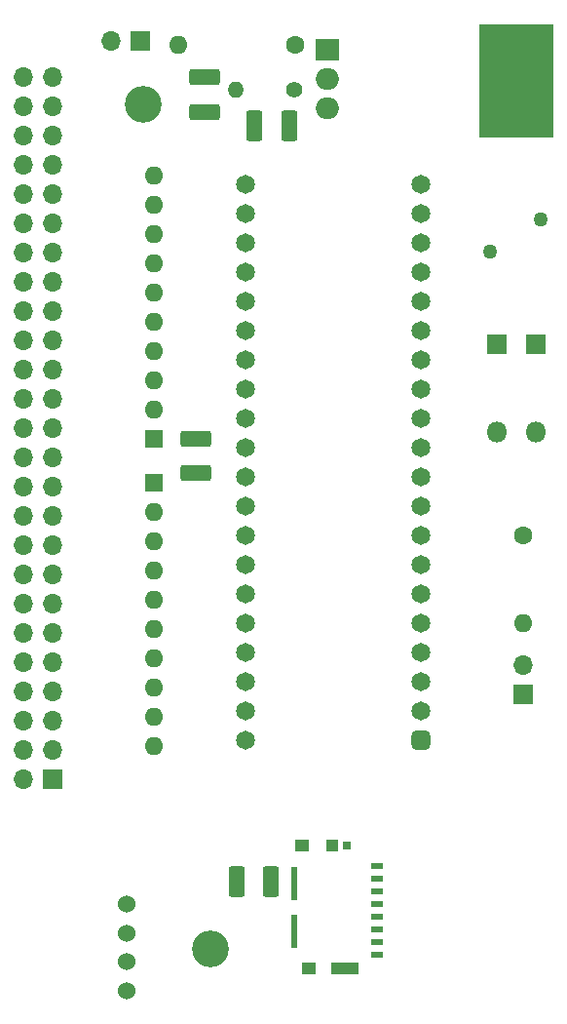
<source format=gbr>
%TF.GenerationSoftware,KiCad,Pcbnew,(6.0.2)*%
%TF.CreationDate,2022-04-05T14:05:54-06:00*%
%TF.ProjectId,F4_THTV1,46345f54-4854-4563-912e-6b696361645f,rev?*%
%TF.SameCoordinates,Original*%
%TF.FileFunction,Soldermask,Top*%
%TF.FilePolarity,Negative*%
%FSLAX46Y46*%
G04 Gerber Fmt 4.6, Leading zero omitted, Abs format (unit mm)*
G04 Created by KiCad (PCBNEW (6.0.2)) date 2022-04-05 14:05:54*
%MOMM*%
%LPD*%
G01*
G04 APERTURE LIST*
G04 Aperture macros list*
%AMRoundRect*
0 Rectangle with rounded corners*
0 $1 Rounding radius*
0 $2 $3 $4 $5 $6 $7 $8 $9 X,Y pos of 4 corners*
0 Add a 4 corners polygon primitive as box body*
4,1,4,$2,$3,$4,$5,$6,$7,$8,$9,$2,$3,0*
0 Add four circle primitives for the rounded corners*
1,1,$1+$1,$2,$3*
1,1,$1+$1,$4,$5*
1,1,$1+$1,$6,$7*
1,1,$1+$1,$8,$9*
0 Add four rect primitives between the rounded corners*
20,1,$1+$1,$2,$3,$4,$5,0*
20,1,$1+$1,$4,$5,$6,$7,0*
20,1,$1+$1,$6,$7,$8,$9,0*
20,1,$1+$1,$8,$9,$2,$3,0*%
G04 Aperture macros list end*
%ADD10C,0.100000*%
%ADD11R,1.700000X1.700000*%
%ADD12O,1.700000X1.700000*%
%ADD13C,1.524000*%
%ADD14C,3.200000*%
%ADD15RoundRect,0.250001X0.462499X1.074999X-0.462499X1.074999X-0.462499X-1.074999X0.462499X-1.074999X0*%
%ADD16RoundRect,0.250001X-1.074999X0.462499X-1.074999X-0.462499X1.074999X-0.462499X1.074999X0.462499X0*%
%ADD17R,0.550000X2.910000*%
%ADD18R,1.000000X0.500000*%
%ADD19R,0.780000X0.720000*%
%ADD20R,1.200000X1.050000*%
%ADD21R,2.390000X1.050000*%
%ADD22R,1.080000X1.050000*%
%ADD23C,1.270000*%
%ADD24RoundRect,0.412500X0.412500X0.412500X-0.412500X0.412500X-0.412500X-0.412500X0.412500X-0.412500X0*%
%ADD25C,1.650000*%
%ADD26C,1.600000*%
%ADD27O,1.600000X1.600000*%
%ADD28RoundRect,0.250001X1.074999X-0.462499X1.074999X0.462499X-1.074999X0.462499X-1.074999X-0.462499X0*%
%ADD29C,1.400000*%
%ADD30O,1.400000X1.400000*%
%ADD31R,1.600000X1.600000*%
%ADD32O,3.500000X3.500000*%
%ADD33R,2.000000X1.905000*%
%ADD34O,2.000000X1.905000*%
%ADD35R,1.800000X1.800000*%
%ADD36O,1.800000X1.800000*%
G04 APERTURE END LIST*
D10*
X153670000Y-75628500D02*
X147320000Y-75628500D01*
X147320000Y-75628500D02*
X147320000Y-65913000D01*
X147320000Y-65913000D02*
X153670000Y-65913000D01*
X153670000Y-65913000D02*
X153670000Y-75628500D01*
G36*
X153670000Y-75628500D02*
G01*
X147320000Y-75628500D01*
X147320000Y-65913000D01*
X153670000Y-65913000D01*
X153670000Y-75628500D01*
G37*
X153670000Y-75628500D02*
X147320000Y-75628500D01*
X147320000Y-65913000D01*
X153670000Y-65913000D01*
X153670000Y-75628500D01*
D11*
%TO.C,J4*%
X110200000Y-131400000D03*
D12*
X107660000Y-131400000D03*
X110200000Y-128860000D03*
X107660000Y-128860000D03*
X110200000Y-126320000D03*
X107660000Y-126320000D03*
X110200000Y-123780000D03*
X107660000Y-123780000D03*
X110200000Y-121240000D03*
X107660000Y-121240000D03*
X110200000Y-118700000D03*
X107660000Y-118700000D03*
X110200000Y-116160000D03*
X107660000Y-116160000D03*
X110200000Y-113620000D03*
X107660000Y-113620000D03*
X110200000Y-111080000D03*
X107660000Y-111080000D03*
X110200000Y-108540000D03*
X107660000Y-108540000D03*
X110200000Y-106000000D03*
X107660000Y-106000000D03*
X110200000Y-103460000D03*
X107660000Y-103460000D03*
X110200000Y-100920000D03*
X107660000Y-100920000D03*
X110200000Y-98380000D03*
X107660000Y-98380000D03*
X110200000Y-95840000D03*
X107660000Y-95840000D03*
X110200000Y-93300000D03*
X107660000Y-93300000D03*
X110200000Y-90760000D03*
X107660000Y-90760000D03*
X110200000Y-88220000D03*
X107660000Y-88220000D03*
X110200000Y-85680000D03*
X107660000Y-85680000D03*
X110200000Y-83140000D03*
X107660000Y-83140000D03*
X110200000Y-80600000D03*
X107660000Y-80600000D03*
X110200000Y-78060000D03*
X107660000Y-78060000D03*
X110200000Y-75520000D03*
X107660000Y-75520000D03*
X110200000Y-72980000D03*
X107660000Y-72980000D03*
X110200000Y-70440000D03*
X107660000Y-70440000D03*
%TD*%
D13*
%TO.C,J2*%
X116666000Y-149794600D03*
X116666000Y-147294600D03*
X116666000Y-144794600D03*
X116666000Y-142294600D03*
%TD*%
D14*
%TO.C,REF\u002A\u002A*%
X123952000Y-146177000D03*
%TD*%
%TO.C,REF\u002A\u002A*%
X118110000Y-72834500D03*
%TD*%
D15*
%TO.C,C2*%
X130746500Y-74676000D03*
X127771500Y-74676000D03*
%TD*%
D16*
%TO.C,C3*%
X122682000Y-101854000D03*
X122682000Y-104829000D03*
%TD*%
D17*
%TO.C,J5*%
X131209000Y-144656000D03*
X131209000Y-140466000D03*
D18*
X138444000Y-138961000D03*
X138444000Y-140061000D03*
X138444000Y-141161000D03*
X138444000Y-142261000D03*
X138444000Y-143361000D03*
X138444000Y-144461000D03*
X138444000Y-145561000D03*
X138444000Y-146661000D03*
D19*
X135764000Y-137201000D03*
D20*
X132454000Y-147836000D03*
D21*
X135639000Y-147836000D03*
D20*
X131884000Y-137191000D03*
D22*
X134494000Y-137201000D03*
%TD*%
D23*
%TO.C,F1*%
X148253675Y-85587879D03*
X152654000Y-82804000D03*
%TD*%
D24*
%TO.C,BP1*%
X142240000Y-128016000D03*
D25*
X142240000Y-125476000D03*
X142240000Y-122936000D03*
X142240000Y-120396000D03*
X142240000Y-117856000D03*
X142240000Y-115316000D03*
X142240000Y-112776000D03*
X142240000Y-110236000D03*
X142240000Y-107696000D03*
X142240000Y-105156000D03*
X142240000Y-102616000D03*
X142240000Y-100076000D03*
X142240000Y-97536000D03*
X142240000Y-94996000D03*
X142240000Y-92456000D03*
X142240000Y-89916000D03*
X142240000Y-87376000D03*
X142240000Y-84836000D03*
X142240000Y-82296000D03*
X142240000Y-79756000D03*
X127000000Y-79756000D03*
X127000000Y-82296000D03*
X127000000Y-84836000D03*
X127000000Y-87376000D03*
X127000000Y-89916000D03*
X127000000Y-92456000D03*
X127000000Y-94996000D03*
X127000000Y-97536000D03*
X127000000Y-100076000D03*
X127000000Y-102616000D03*
X127000000Y-105156000D03*
X127000000Y-107696000D03*
X127000000Y-110236000D03*
X127000000Y-112776000D03*
X127000000Y-115316000D03*
X127000000Y-117856000D03*
X127000000Y-120396000D03*
X127000000Y-122936000D03*
X127000000Y-125476000D03*
X127000000Y-128016000D03*
%TD*%
D11*
%TO.C,J3*%
X151130000Y-124015500D03*
D12*
X151130000Y-121475500D03*
%TD*%
D26*
%TO.C,R19*%
X151130000Y-110236000D03*
D27*
X151130000Y-117856000D03*
%TD*%
D28*
%TO.C,C1*%
X123380500Y-73469500D03*
X123380500Y-70494500D03*
%TD*%
D26*
%TO.C,R1*%
X131318000Y-67691000D03*
D27*
X121158000Y-67691000D03*
%TD*%
D29*
%TO.C,R2*%
X131191000Y-71564500D03*
D30*
X126111000Y-71564500D03*
%TD*%
D31*
%TO.C,RN1*%
X118999000Y-105664000D03*
D27*
X118999000Y-108204000D03*
X118999000Y-110744000D03*
X118999000Y-113284000D03*
X118999000Y-115824000D03*
X118999000Y-118364000D03*
X118999000Y-120904000D03*
X118999000Y-123444000D03*
X118999000Y-125984000D03*
X118999000Y-128524000D03*
%TD*%
D31*
%TO.C,RN2*%
X118999000Y-101854000D03*
D27*
X118999000Y-99314000D03*
X118999000Y-96774000D03*
X118999000Y-94234000D03*
X118999000Y-91694000D03*
X118999000Y-89154000D03*
X118999000Y-86614000D03*
X118999000Y-84074000D03*
X118999000Y-81534000D03*
X118999000Y-78994000D03*
%TD*%
D32*
%TO.C,U1*%
X150708500Y-70612000D03*
D33*
X134048500Y-68072000D03*
D34*
X134048500Y-70612000D03*
X134048500Y-73152000D03*
%TD*%
D11*
%TO.C,J1*%
X117792500Y-67310000D03*
D12*
X115252500Y-67310000D03*
%TD*%
D35*
%TO.C,D1*%
X152209500Y-93662500D03*
D36*
X152209500Y-101282500D03*
%TD*%
D35*
%TO.C,D2*%
X148844000Y-93662500D03*
D36*
X148844000Y-101282500D03*
%TD*%
D15*
%TO.C,C4*%
X129186000Y-140335000D03*
X126211000Y-140335000D03*
%TD*%
M02*

</source>
